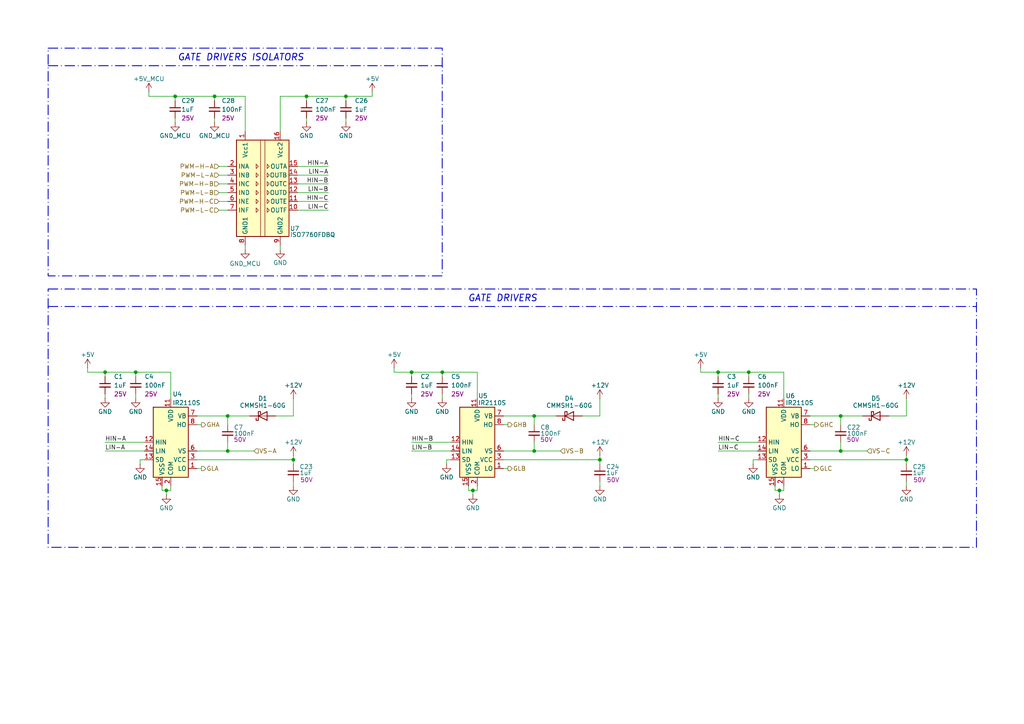
<source format=kicad_sch>
(kicad_sch (version 20231120) (generator "eeschema") (generator_version "8.0")
  (paper "A4")
  (lib_symbols
    (symbol "Device:C_Small" (pin_numbers hide) (pin_names (offset 0.254) hide)
      (property "Reference" "C" (at 0.254 1.778 0))
      (property "Value" "C_Small" (at 0.254 -2.032 0))
      (symbol "C_Small_0_1"
        (polyline (pts (xy -1.524 -0.508) (xy 1.524 -0.508)) (stroke (width 0.3302)))
        (polyline (pts (xy -1.524 0.508) (xy 1.524 0.508)) (stroke (width 0.3048)))
      )
      (symbol "C_Small_1_1"
        (pin passive line (at 0 2.54 270) (length 2.032) (name "~") (number "1"))
        (pin passive line (at 0 -2.54 90) (length 2.032) (name "~") (number "2"))
      )
    )
    (symbol "Device:D_Schottky" (pin_numbers hide) (pin_names (offset 1.016) hide)
      (property "Reference" "D" (at 0 2.54 0))
      (property "Value" "D_Schottky" (at 0 -2.54 0))
      (symbol "D_Schottky_0_1"
        (polyline (pts (xy 1.27 0) (xy -1.27 0)))
        (polyline (pts (xy 1.27 1.27) (xy 1.27 -1.27) (xy -1.27 0) (xy 1.27 1.27)) (stroke (width 0.254)))
        (polyline (pts (xy -1.905 0.635) (xy -1.905 1.27) (xy -1.27 1.27) (xy -1.27 -1.27) (xy -0.635 -1.27) (xy -0.635 -0.635)) (stroke (width 0.254)))
      )
      (symbol "D_Schottky_1_1"
        (pin passive line (at -3.81 0 0) (length 2.54) (name "K") (number "1"))
        (pin passive line (at 3.81 0 180) (length 2.54) (name "A") (number "2"))
      )
    )
    (symbol "Driver_FET:IR2110S"
      (property "Reference" "U" (at 1.27 13.335 0))
      (property "Value" "IR2110S" (at 1.27 11.43 0))
      (symbol "IR2110S_0_1"
        (rectangle (start -5.08 -10.16) (end 5.08 10.16) (stroke (width 0.254)) (fill (type background)))
      )
      (symbol "IR2110S_1_1"
        (pin output line (at 7.62 -7.62 180) (length 2.54) (name "LO") (number "1"))
        (pin no_connect line (at 5.08 2.54 180) (length 2.54) hide (name "NC") (number "10"))
        (pin power_in line (at 0 12.7 270) (length 2.54) (name "VDD") (number "11"))
        (pin input line (at -7.62 0 0) (length 2.54) (name "HIN") (number "12"))
        (pin input line (at -7.62 -5.08 0) (length 2.54) (name "SD") (number "13"))
        (pin input line (at -7.62 -2.54 0) (length 2.54) (name "LIN") (number "14"))
        (pin power_in line (at -2.54 -12.7 90) (length 2.54) (name "VSS") (number "15"))
        (pin no_connect line (at 5.08 0 180) (length 2.54) hide (name "NC") (number "16"))
        (pin power_in line (at 0 -12.7 90) (length 2.54) (name "COM") (number "2"))
        (pin power_in line (at 7.62 -5.08 180) (length 2.54) (name "VCC") (number "3"))
        (pin no_connect line (at -5.08 7.62 0) (length 2.54) hide (name "NC") (number "4"))
        (pin no_connect line (at -5.08 5.08 0) (length 2.54) hide (name "NC") (number "5"))
        (pin passive line (at 7.62 -2.54 180) (length 2.54) (name "VS") (number "6"))
        (pin passive line (at 7.62 7.62 180) (length 2.54) (name "VB") (number "7"))
        (pin output line (at 7.62 5.08 180) (length 2.54) (name "HO") (number "8"))
        (pin no_connect line (at -5.08 2.54 0) (length 2.54) hide (name "NC") (number "9"))
      )
    )
    (symbol "Isolator:ISO7760FDBQ"
      (property "Reference" "U" (at 8.255 14.605 0))
      (property "Value" "ISO7760FDBQ" (at 8.255 12.065 0))
      (symbol "ISO7760FDBQ_0_1"
        (rectangle (start -7.62 15.24) (end 7.62 -12.7) (stroke (width 0.254)) (fill (type background)))
        (polyline (pts (xy -0.635 15.24) (xy -0.635 -12.7)))
        (polyline (pts (xy 0.635 15.24) (xy 0.635 -12.7)))
        (polyline (pts (xy -1.905 8.255) (xy -1.27 7.62) (xy -1.905 6.985) (xy -1.905 8.255)))
        (polyline (pts (xy 1.27 8.255) (xy 1.905 7.62) (xy 1.27 6.985) (xy 1.27 8.255)))
      )
      (symbol "ISO7760FDBQ_1_1"
        (polyline (pts (xy -1.905 -4.445) (xy -1.27 -5.08) (xy -1.905 -5.715) (xy -1.905 -4.445)))
        (polyline (pts (xy -1.905 -1.905) (xy -1.27 -2.54) (xy -1.905 -3.175) (xy -1.905 -1.905)))
        (polyline (pts (xy -1.905 0.635) (xy -1.27 0) (xy -1.905 -0.635) (xy -1.905 0.635)))
        (polyline (pts (xy -1.905 3.175) (xy -1.27 2.54) (xy -1.905 1.905) (xy -1.905 3.175)))
        (polyline (pts (xy -1.905 5.715) (xy -1.27 5.08) (xy -1.905 4.445) (xy -1.905 5.715)))
        (polyline (pts (xy 1.27 -4.445) (xy 1.905 -5.08) (xy 1.27 -5.715) (xy 1.27 -4.445)))
        (polyline (pts (xy 1.27 -1.905) (xy 1.905 -2.54) (xy 1.27 -3.175) (xy 1.27 -1.905)))
        (polyline (pts (xy 1.27 0.635) (xy 1.905 0) (xy 1.27 -0.635) (xy 1.27 0.635)))
        (polyline (pts (xy 1.27 3.175) (xy 1.905 2.54) (xy 1.27 1.905) (xy 1.27 3.175)))
        (polyline (pts (xy 1.27 5.715) (xy 1.905 5.08) (xy 1.27 4.445) (xy 1.27 5.715)))
        (pin power_in line (at -5.08 17.78 270) (length 2.54) (name "Vcc1") (number "1"))
        (pin output line (at 10.16 -5.08 180) (length 2.54) (name "OUTF") (number "10"))
        (pin output line (at 10.16 -2.54 180) (length 2.54) (name "OUTE") (number "11"))
        (pin output line (at 10.16 0 180) (length 2.54) (name "OUTD") (number "12"))
        (pin output line (at 10.16 2.54 180) (length 2.54) (name "OUTC") (number "13"))
        (pin output line (at 10.16 5.08 180) (length 2.54) (name "OUTB") (number "14"))
        (pin output line (at 10.16 7.62 180) (length 2.54) (name "OUTA") (number "15"))
        (pin power_in line (at 5.08 17.78 270) (length 2.54) (name "Vcc2") (number "16"))
        (pin input line (at -10.16 7.62 0) (length 2.54) (name "INA") (number "2"))
        (pin input line (at -10.16 5.08 0) (length 2.54) (name "INB") (number "3"))
        (pin input line (at -10.16 2.54 0) (length 2.54) (name "INC") (number "4"))
        (pin input line (at -10.16 0 0) (length 2.54) (name "IND") (number "5"))
        (pin input line (at -10.16 -2.54 0) (length 2.54) (name "INE") (number "6"))
        (pin input line (at -10.16 -5.08 0) (length 2.54) (name "INF") (number "7"))
        (pin power_in line (at -5.08 -15.24 90) (length 2.54) (name "GND1") (number "8"))
        (pin power_in line (at 5.08 -15.24 90) (length 2.54) (name "GND2") (number "9"))
      )
    )
    (symbol "power:GND" (power) (pin_numbers hide) (pin_names (offset 0) hide)
      (property "Value" "GND" (at 0 -3.81 0))
      (symbol "GND_0_1"
        (polyline (pts (xy 0 0) (xy 0 -1.27) (xy 1.27 -1.27) (xy 0 -2.54) (xy -1.27 -1.27) (xy 0 -1.27)))
      )
      (symbol "GND_1_1"
        (pin power_in line (at 0 0 270) (length 0) (name "~") (number "1"))
      )
    )
    (symbol "power:VCC" (power) (pin_numbers hide) (pin_names (offset 0) hide)
      (property "Value" "VCC" (at 0 3.556 0))
      (symbol "VCC_0_1"
        (polyline (pts (xy -0.762 1.27) (xy 0 2.54)))
        (polyline (pts (xy 0 0) (xy 0 2.54)))
        (polyline (pts (xy 0 2.54) (xy 0.762 1.27)))
      )
      (symbol "VCC_1_1"
        (pin power_in line (at 0 0 90) (length 0) (name "~") (number "1"))
      )
    )
  )
  (junction (at 243.84 130.81))
  (junction (at 128.27 107.95))
  (junction (at 226.06 142.24))
  (junction (at 217.17 107.95))
  (junction (at 48.26 142.24))
  (junction (at 39.37 107.95))
  (junction (at 137.16 142.24))
  (junction (at 50.8 27.94))
  (junction (at 88.9 27.94))
  (junction (at 30.48 107.95))
  (junction (at 66.04 130.81))
  (junction (at 85.09 133.35))
  (junction (at 243.84 120.65))
  (junction (at 66.04 120.65))
  (junction (at 154.94 120.65))
  (junction (at 100.33 27.94))
  (junction (at 208.28 107.95))
  (junction (at 119.38 107.95))
  (junction (at 154.94 130.81))
  (junction (at 62.23 27.94))
  (junction (at 173.99 133.35))
  (junction (at 262.89 133.35))
  (wire (pts (xy 154.94 128.27) (xy 154.94 130.81)))
  (wire (pts (xy 203.2 107.95) (xy 208.28 107.95)))
  (wire (pts (xy 128.27 107.95) (xy 138.43 107.95)))
  (wire (pts (xy 39.37 115.57) (xy 39.37 114.3)))
  (wire (pts (xy 114.3 107.95) (xy 114.3 106.68)))
  (wire (pts (xy 66.04 58.42) (xy 63.5 58.42)))
  (wire (pts (xy 243.84 120.65) (xy 243.84 123.19)))
  (wire (pts (xy 128.27 107.95) (xy 128.27 109.22)))
  (wire (pts (xy 114.3 107.95) (xy 119.38 107.95)))
  (wire (pts (xy 81.28 71.12) (xy 81.28 72.39)))
  (wire (pts (xy 95.25 55.88) (xy 86.36 55.88)))
  (wire (pts (xy 30.48 115.57) (xy 30.48 114.3)))
  (wire (pts (xy 262.89 132.08) (xy 262.89 133.35)))
  (wire (pts (xy 95.25 53.34) (xy 86.36 53.34)))
  (wire (pts (xy 66.04 120.65) (xy 66.04 123.19)))
  (wire (pts (xy 48.26 143.51) (xy 48.26 142.24)))
  (wire (pts (xy 85.09 139.7) (xy 85.09 140.97)))
  (wire (pts (xy 135.89 142.24) (xy 137.16 142.24)))
  (wire (pts (xy 208.28 115.57) (xy 208.28 114.3)))
  (wire (pts (xy 208.28 130.81) (xy 219.71 130.81)))
  (wire (pts (xy 25.4 107.95) (xy 30.48 107.95)))
  (wire (pts (xy 262.89 133.35) (xy 262.89 134.62)))
  (wire (pts (xy 138.43 142.24) (xy 138.43 140.97)))
  (wire (pts (xy 224.79 142.24) (xy 224.79 140.97)))
  (polyline (pts (xy 13.97 19.05) (xy 128.27 19.05)) (stroke (width 0.254) (type dash_dot)))
  (wire (pts (xy 50.8 27.94) (xy 62.23 27.94)))
  (wire (pts (xy 226.06 142.24) (xy 227.33 142.24)))
  (wire (pts (xy 95.25 50.8) (xy 86.36 50.8)))
  (wire (pts (xy 217.17 107.95) (xy 227.33 107.95)))
  (wire (pts (xy 119.38 107.95) (xy 119.38 109.22)))
  (wire (pts (xy 208.28 107.95) (xy 217.17 107.95)))
  (wire (pts (xy 262.89 120.65) (xy 262.89 115.57)))
  (wire (pts (xy 88.9 27.94) (xy 88.9 29.21)))
  (wire (pts (xy 57.15 130.81) (xy 66.04 130.81)))
  (wire (pts (xy 66.04 130.81) (xy 73.66 130.81)))
  (wire (pts (xy 173.99 139.7) (xy 173.99 140.97)))
  (wire (pts (xy 30.48 130.81) (xy 41.91 130.81)))
  (wire (pts (xy 71.12 71.12) (xy 71.12 72.39)))
  (wire (pts (xy 224.79 142.24) (xy 226.06 142.24)))
  (wire (pts (xy 226.06 143.51) (xy 226.06 142.24)))
  (wire (pts (xy 129.54 133.35) (xy 129.54 134.62)))
  (wire (pts (xy 168.91 120.65) (xy 173.99 120.65)))
  (wire (pts (xy 88.9 27.94) (xy 100.33 27.94)))
  (wire (pts (xy 66.04 55.88) (xy 63.5 55.88)))
  (wire (pts (xy 100.33 27.94) (xy 107.95 27.94)))
  (wire (pts (xy 234.95 123.19) (xy 236.22 123.19)))
  (wire (pts (xy 146.05 123.19) (xy 147.32 123.19)))
  (wire (pts (xy 173.99 132.08) (xy 173.99 133.35)))
  (wire (pts (xy 137.16 142.24) (xy 138.43 142.24)))
  (wire (pts (xy 30.48 128.27) (xy 41.91 128.27)))
  (wire (pts (xy 262.89 139.7) (xy 262.89 140.97)))
  (wire (pts (xy 88.9 34.29) (xy 88.9 35.56)))
  (wire (pts (xy 66.04 128.27) (xy 66.04 130.81)))
  (wire (pts (xy 218.44 133.35) (xy 218.44 134.62)))
  (wire (pts (xy 218.44 133.35) (xy 219.71 133.35)))
  (wire (pts (xy 81.28 38.1) (xy 81.28 27.94)))
  (wire (pts (xy 119.38 128.27) (xy 130.81 128.27)))
  (wire (pts (xy 66.04 120.65) (xy 72.39 120.65)))
  (wire (pts (xy 154.94 120.65) (xy 161.29 120.65)))
  (wire (pts (xy 57.15 123.19) (xy 58.42 123.19)))
  (wire (pts (xy 243.84 120.65) (xy 250.19 120.65)))
  (wire (pts (xy 57.15 120.65) (xy 66.04 120.65)))
  (wire (pts (xy 46.99 142.24) (xy 46.99 140.97)))
  (wire (pts (xy 135.89 142.24) (xy 135.89 140.97)))
  (wire (pts (xy 40.64 133.35) (xy 40.64 134.62)))
  (wire (pts (xy 208.28 107.95) (xy 208.28 109.22)))
  (wire (pts (xy 173.99 120.65) (xy 173.99 115.57)))
  (wire (pts (xy 40.64 133.35) (xy 41.91 133.35)))
  (wire (pts (xy 57.15 133.35) (xy 85.09 133.35)))
  (wire (pts (xy 107.95 26.67) (xy 107.95 27.94)))
  (wire (pts (xy 66.04 48.26) (xy 63.5 48.26)))
  (wire (pts (xy 62.23 27.94) (xy 62.23 29.21)))
  (wire (pts (xy 95.25 48.26) (xy 86.36 48.26)))
  (wire (pts (xy 234.95 133.35) (xy 262.89 133.35)))
  (wire (pts (xy 25.4 107.95) (xy 25.4 106.68)))
  (wire (pts (xy 85.09 133.35) (xy 85.09 134.62)))
  (wire (pts (xy 217.17 115.57) (xy 217.17 114.3)))
  (wire (pts (xy 66.04 53.34) (xy 63.5 53.34)))
  (wire (pts (xy 43.18 27.94) (xy 50.8 27.94)))
  (wire (pts (xy 146.05 130.81) (xy 154.94 130.81)))
  (wire (pts (xy 243.84 130.81) (xy 251.46 130.81)))
  (wire (pts (xy 217.17 107.95) (xy 217.17 109.22)))
  (wire (pts (xy 50.8 27.94) (xy 50.8 29.21)))
  (wire (pts (xy 81.28 27.94) (xy 88.9 27.94)))
  (wire (pts (xy 146.05 133.35) (xy 173.99 133.35)))
  (wire (pts (xy 137.16 143.51) (xy 137.16 142.24)))
  (wire (pts (xy 95.25 60.96) (xy 86.36 60.96)))
  (wire (pts (xy 146.05 120.65) (xy 154.94 120.65)))
  (wire (pts (xy 257.81 120.65) (xy 262.89 120.65)))
  (wire (pts (xy 119.38 107.95) (xy 128.27 107.95)))
  (wire (pts (xy 39.37 107.95) (xy 49.53 107.95)))
  (wire (pts (xy 203.2 107.95) (xy 203.2 106.68)))
  (wire (pts (xy 154.94 130.81) (xy 162.56 130.81)))
  (wire (pts (xy 173.99 133.35) (xy 173.99 134.62)))
  (wire (pts (xy 66.04 60.96) (xy 63.5 60.96)))
  (wire (pts (xy 49.53 107.95) (xy 49.53 115.57)))
  (wire (pts (xy 30.48 107.95) (xy 39.37 107.95)))
  (wire (pts (xy 71.12 27.94) (xy 62.23 27.94)))
  (polyline (pts (xy 13.97 88.9) (xy 283.21 88.9)) (stroke (width 0.254) (type dash_dot)))
  (wire (pts (xy 100.33 34.29) (xy 100.33 35.56)))
  (wire (pts (xy 138.43 107.95) (xy 138.43 115.57)))
  (wire (pts (xy 154.94 120.65) (xy 154.94 123.19)))
  (wire (pts (xy 146.05 135.89) (xy 147.32 135.89)))
  (wire (pts (xy 129.54 133.35) (xy 130.81 133.35)))
  (wire (pts (xy 208.28 128.27) (xy 219.71 128.27)))
  (wire (pts (xy 119.38 115.57) (xy 119.38 114.3)))
  (wire (pts (xy 100.33 27.94) (xy 100.33 29.21)))
  (wire (pts (xy 128.27 115.57) (xy 128.27 114.3)))
  (wire (pts (xy 39.37 107.95) (xy 39.37 109.22)))
  (wire (pts (xy 71.12 27.94) (xy 71.12 38.1)))
  (wire (pts (xy 243.84 128.27) (xy 243.84 130.81)))
  (wire (pts (xy 46.99 142.24) (xy 48.26 142.24)))
  (wire (pts (xy 62.23 34.29) (xy 62.23 35.56)))
  (wire (pts (xy 66.04 50.8) (xy 63.5 50.8)))
  (wire (pts (xy 227.33 107.95) (xy 227.33 115.57)))
  (wire (pts (xy 95.25 58.42) (xy 86.36 58.42)))
  (wire (pts (xy 43.18 27.94) (xy 43.18 26.67)))
  (wire (pts (xy 85.09 120.65) (xy 85.09 115.57)))
  (wire (pts (xy 227.33 142.24) (xy 227.33 140.97)))
  (wire (pts (xy 50.8 34.29) (xy 50.8 35.56)))
  (wire (pts (xy 57.15 135.89) (xy 58.42 135.89)))
  (wire (pts (xy 49.53 142.24) (xy 49.53 140.97)))
  (wire (pts (xy 85.09 132.08) (xy 85.09 133.35)))
  (wire (pts (xy 234.95 130.81) (xy 243.84 130.81)))
  (wire (pts (xy 30.48 107.95) (xy 30.48 109.22)))
  (wire (pts (xy 234.95 135.89) (xy 236.22 135.89)))
  (wire (pts (xy 80.01 120.65) (xy 85.09 120.65)))
  (wire (pts (xy 119.38 130.81) (xy 130.81 130.81)))
  (wire (pts (xy 48.26 142.24) (xy 49.53 142.24)))
  (wire (pts (xy 234.95 120.65) (xy 243.84 120.65)))
  (rectangle (start 13.97 13.97) (end 128.27 80.01) (stroke (width 0.254) (type dash_dot)))
  (rectangle (start 13.97 83.82) (end 283.21 158.75) (stroke (width 0.254) (type dash_dot)))
  (text "GATE DRIVERS" (at 145.796 86.614 0) (effects (font (size 1.905 1.905) (thickness 0.254) (bold yes) (italic yes))))
  (text "GATE DRIVERS ISOLATORS" (at 69.85 16.764 0) (effects (font (size 1.905 1.905) (thickness 0.254) (bold yes) (italic yes))))
  (label "HIN-A" (at 95.25 48.26 180))
  (label "HIN-B" (at 119.38 128.27 0))
  (label "LIN-B" (at 95.25 55.88 180))
  (label "LIN-B" (at 119.38 130.81 0))
  (label "HIN-C" (at 95.25 58.42 180))
  (label "LIN-C" (at 208.28 130.81 0))
  (label "LIN-A" (at 30.48 130.81 0))
  (label "HIN-C" (at 208.28 128.27 0))
  (label "HIN-B" (at 95.25 53.34 180))
  (label "HIN-A" (at 30.48 128.27 0))
  (label "LIN-C" (at 95.25 60.96 180))
  (label "LIN-A" (at 95.25 50.8 180))
  (hierarchical_label "GHB" (shape output) (at 147.32 123.19 0))
  (hierarchical_label "PWM-H-B" (shape input) (at 63.5 53.34 180))
  (hierarchical_label "PWM-H-C" (shape input) (at 63.5 58.42 180))
  (hierarchical_label "VS-A" (shape input) (at 73.66 130.81 0))
  (hierarchical_label "VS-B" (shape input) (at 162.56 130.81 0))
  (hierarchical_label "PWM-L-A" (shape input) (at 63.5 50.8 180))
  (hierarchical_label "GHC" (shape output) (at 236.22 123.19 0))
  (hierarchical_label "GHA" (shape output) (at 58.42 123.19 0))
  (hierarchical_label "PWM-L-C" (shape input) (at 63.5 60.96 180))
  (hierarchical_label "PWM-L-B" (shape input) (at 63.5 55.88 180))
  (hierarchical_label "GLC" (shape output) (at 236.22 135.89 0))
  (hierarchical_label "PWM-H-A" (shape input) (at 63.5 48.26 180))
  (hierarchical_label "GLA" (shape output) (at 58.42 135.89 0))
  (hierarchical_label "VS-C" (shape input) (at 251.46 130.81 0))
  (hierarchical_label "GLB" (shape output) (at 147.32 135.89 0))
  (symbol (lib_id "power:VCC") (at 25.4 106.68 0) (unit 1)
    (property "Reference" "#PWR01" (effects (hide yes)))
    (property "Value" "+5V" (at 25.4 102.87 0))
    (property "Description" "Power symbol creates a global label with name \"VCC\"" (effects (hide yes)))
  )
  (symbol (lib_id "power:GND") (at 208.28 115.57 0) (unit 1)
    (property "Reference" "#PWR06" (effects (hide yes)))
    (property "Value" "GND" (at 208.28 119.38 0))
    (property "Description" "Power symbol creates a global label with name \"GND\" , ground" (effects (hide yes)))
  )
  (symbol (lib_id "Device:C_Small") (at 85.09 137.16 0) (unit 1)
    (property "Reference" "C23" (at 86.868 135.382 0) (effects (justify left)))
    (property "Value" "1uF" (at 86.868 137.16 0) (effects (justify left)))
    (property "Footprint" "Capacitor_SMD:C_0805_2012Metric" (effects (hide yes)))
    (property "Description" "Unpolarized capacitor, small symbol" (effects (hide yes)))
    (property "Link" "https://ozdisan.com/pasif-komponentler/kapasitorler/smt-smd-ve-mlcc-kapasitorler/CC0805KKX7R9BB105/750129" (effects (hide yes)))
    (property "Mfr.No" "CC0805KKX7R9BB105" (effects (hide yes)))
    (property "Voltage" "50V" (at 88.9 139.192 0))
  )
  (symbol (lib_id "power:GND") (at 81.28 72.39 0) (mirror y) (unit 1)
    (property "Reference" "#PWR049" (effects (hide yes)))
    (property "Value" "GND" (at 81.28 76.2 0))
    (property "Description" "Power symbol creates a global label with name \"GND\" , ground" (effects (hide yes)))
  )
  (symbol (lib_id "power:VCC") (at 43.18 26.67 0) (mirror y) (unit 1)
    (property "Reference" "#PWR053" (effects (hide yes)))
    (property "Value" "+5V_MCU" (at 43.18 22.86 0))
    (property "Description" "Power symbol creates a global label with name \"VCC\"" (effects (hide yes)))
  )
  (symbol (lib_id "power:GND") (at 226.06 143.51 0) (unit 1)
    (property "Reference" "#PWR039" (effects (hide yes)))
    (property "Value" "GND" (at 226.06 147.32 0))
    (property "Description" "Power symbol creates a global label with name \"GND\" , ground" (effects (hide yes)))
  )
  (symbol (lib_id "Device:C_Small") (at 243.84 125.73 0) (unit 1)
    (property "Reference" "C22" (at 245.618 123.952 0) (effects (justify left)))
    (property "Value" "100nF" (at 245.618 125.73 0) (effects (justify left)))
    (property "Footprint" "Capacitor_SMD:C_0603_1608Metric" (effects (hide yes)))
    (property "Description" "Unpolarized capacitor, small symbol" (effects (hide yes)))
    (property "Link" "https://ozdisan.com/pasif-komponentler/kapasitorler/smt-smd-ve-mlcc-kapasitorler/MCF03KTB500104/1057170" (effects (hide yes)))
    (property "Mfr.No" "MCF03KTB500104" (effects (hide yes)))
    (property "Voltage" "50V" (at 247.396 127.508 0))
  )
  (symbol (lib_id "power:VCC") (at 203.2 106.68 0) (unit 1)
    (property "Reference" "#PWR03" (effects (hide yes)))
    (property "Value" "+5V" (at 203.2 102.87 0))
    (property "Description" "Power symbol creates a global label with name \"VCC\"" (effects (hide yes)))
  )
  (symbol (lib_id "power:GND") (at 85.09 140.97 0) (unit 1)
    (property "Reference" "#PWR042" (effects (hide yes)))
    (property "Value" "GND" (at 85.09 144.78 0))
    (property "Description" "Power symbol creates a global label with name \"GND\" , ground" (effects (hide yes)))
  )
  (symbol (lib_id "Device:C_Small") (at 262.89 137.16 0) (unit 1)
    (property "Reference" "C25" (at 264.668 135.382 0) (effects (justify left)))
    (property "Value" "1uF" (at 264.668 137.16 0) (effects (justify left)))
    (property "Footprint" "Capacitor_SMD:C_0805_2012Metric" (effects (hide yes)))
    (property "Description" "Unpolarized capacitor, small symbol" (effects (hide yes)))
    (property "Link" "https://ozdisan.com/pasif-komponentler/kapasitorler/smt-smd-ve-mlcc-kapasitorler/CC0805KKX7R9BB105/750129" (effects (hide yes)))
    (property "Mfr.No" "CC0805KKX7R9BB105" (effects (hide yes)))
    (property "Voltage" "50V" (at 266.7 139.192 0))
  )
  (symbol (lib_id "power:GND") (at 40.64 134.62 0) (unit 1)
    (property "Reference" "#PWR010" (effects (hide yes)))
    (property "Value" "GND" (at 40.64 138.43 0))
    (property "Description" "Power symbol creates a global label with name \"GND\" , ground" (effects (hide yes)))
  )
  (symbol (lib_id "power:GND") (at 71.12 72.39 0) (mirror y) (unit 1)
    (property "Reference" "#PWR050" (effects (hide yes)))
    (property "Value" "GND_MCU" (at 71.12 76.454 0))
    (property "Description" "Power symbol creates a global label with name \"GND\" , ground" (effects (hide yes)))
  )
  (symbol (lib_id "power:GND") (at 129.54 134.62 0) (unit 1)
    (property "Reference" "#PWR011" (effects (hide yes)))
    (property "Value" "GND" (at 129.54 138.43 0))
    (property "Description" "Power symbol creates a global label with name \"GND\" , ground" (effects (hide yes)))
  )
  (symbol (lib_id "power:VCC") (at 173.99 115.57 0) (unit 1)
    (property "Reference" "#PWR043" (effects (hide yes)))
    (property "Value" "+12V" (at 173.99 111.76 0))
    (property "Description" "Power symbol creates a global label with name \"VCC\"" (effects (hide yes)))
  )
  (symbol (lib_id "Device:C_Small") (at 100.33 31.75 0) (unit 1)
    (property "Reference" "C26" (at 102.87 29.21 0) (effects (justify left)))
    (property "Value" "1uF" (at 102.87 31.75 0) (effects (justify left)))
    (property "Footprint" "Capacitor_SMD:C_0805_2012Metric" (effects (hide yes)))
    (property "Description" "Unpolarized capacitor, small symbol" (effects (hide yes)))
    (property "Link" "https://ozdisan.com/pasif-komponentler/kapasitorler/smt-smd-ve-mlcc-kapasitorler/MCF03KTB250105/1057179" (effects (hide yes)))
    (property "Mfr.No" "MCF03KTB250105" (effects (hide yes)))
    (property "Voltage" "25V" (at 102.87 34.29 0) (effects (justify left)))
  )
  (symbol (lib_id "power:GND") (at 62.23 35.56 0) (mirror y) (unit 1)
    (property "Reference" "#PWR051" (effects (hide yes)))
    (property "Value" "GND_MCU" (at 62.23 39.37 0))
    (property "Description" "Power symbol creates a global label with name \"GND\" , ground" (effects (hide yes)))
  )
  (symbol (lib_id "power:GND") (at 128.27 115.57 0) (unit 1)
    (property "Reference" "#PWR08" (effects (hide yes)))
    (property "Value" "GND" (at 128.27 119.38 0))
    (property "Description" "Power symbol creates a global label with name \"GND\" , ground" (effects (hide yes)))
  )
  (symbol (lib_id "Device:D_Schottky") (at 254 120.65 0) (mirror x) (unit 1)
    (property "Reference" "D5" (at 254 115.57 0))
    (property "Value" "CMMSH1-60G" (at 254 117.602 0))
    (property "Footprint" "Diode_SMD:D_SOD-123F" (effects (hide yes)))
    (property "Description" "Schottky diode" (effects (hide yes)))
    (property "Link" "https://www.mouser.com.tr/ProductDetail/Central-Semiconductor/CMMSH1-60G-TR-PBFREE?qs=u16ybLDytRaqwQ9Jtbd3vg%3D%3D" (effects (hide yes)))
    (property "Mfr.No" "CMMSH1-60G TR PBFREE" (effects (hide yes)))
  )
  (symbol (lib_id "Device:C_Small") (at 66.04 125.73 0) (unit 1)
    (property "Reference" "C7" (at 67.818 123.952 0) (effects (justify left)))
    (property "Value" "100nF" (at 67.818 125.73 0) (effects (justify left)))
    (property "Footprint" "Capacitor_SMD:C_0603_1608Metric" (effects (hide yes)))
    (property "Description" "Unpolarized capacitor, small symbol" (effects (hide yes)))
    (property "Link" "https://ozdisan.com/pasif-komponentler/kapasitorler/smt-smd-ve-mlcc-kapasitorler/MCF03KTB500104/1057170" (effects (hide yes)))
    (property "Mfr.No" "MCF03KTB500104" (effects (hide yes)))
    (property "Voltage" "50V" (at 69.596 127.508 0))
  )
  (symbol (lib_id "Driver_FET:IR2110S") (at 49.53 128.27 0) (unit 1)
    (property "Reference" "U4" (at 50.038 114.3 0) (effects (justify left)))
    (property "Value" "IR2110S" (at 50.038 116.84 0) (effects (justify left)))
    (property "Footprint" "Package_SO:SOIC-16W_7.5x10.3mm_P1.27mm" (effects (hide yes)))
    (property "Datasheet" "https://www.mouser.com.tr/datasheet/2/196/Infineon_IR2110_DataSheet_v01_00_EN-3362777.pdf" (effects (hide yes)))
    (property "Description" "High and Low Side Driver, 500V, 2.0/2.0A, SOIC-16W" (effects (hide yes)))
    (property "Link" "https://www.mouser.com.tr/ProductDetail/Infineon-Technologies/IR2110STRPBF?qs=2r01AXMCG3P4pNuJUqFzxg%3D%3D" (effects (hide yes)))
    (property "Mfr.No" "IR2110STRPBF" (effects (hide yes)))
  )
  (symbol (lib_id "power:GND") (at 119.38 115.57 0) (unit 1)
    (property "Reference" "#PWR05" (effects (hide yes)))
    (property "Value" "GND" (at 119.38 119.38 0))
    (property "Description" "Power symbol creates a global label with name \"GND\" , ground" (effects (hide yes)))
  )
  (symbol (lib_id "Device:C_Small") (at 119.38 111.76 0) (unit 1)
    (property "Reference" "C2" (at 121.92 109.22 0) (effects (justify left)))
    (property "Value" "1uF" (at 121.92 111.76 0) (effects (justify left)))
    (property "Footprint" "Capacitor_SMD:C_0805_2012Metric" (effects (hide yes)))
    (property "Description" "Unpolarized capacitor, small symbol" (effects (hide yes)))
    (property "Link" "https://ozdisan.com/pasif-komponentler/kapasitorler/smt-smd-ve-mlcc-kapasitorler/MCF03KTB250105/1057179" (effects (hide yes)))
    (property "Mfr.No" "MCF03KTB250105" (effects (hide yes)))
    (property "Voltage" "25V" (at 121.92 114.3 0) (effects (justify left)))
  )
  (symbol (lib_id "power:GND") (at 88.9 35.56 0) (mirror y) (unit 1)
    (property "Reference" "#PWR048" (effects (hide yes)))
    (property "Value" "GND" (at 88.9 39.37 0))
    (property "Description" "Power symbol creates a global label with name \"GND\" , ground" (effects (hide yes)))
  )
  (symbol (lib_id "power:VCC") (at 262.89 132.08 0) (unit 1)
    (property "Reference" "#PWR055" (effects (hide yes)))
    (property "Value" "+12V" (at 262.89 128.27 0))
    (property "Description" "Power symbol creates a global label with name \"VCC\"" (effects (hide yes)))
  )
  (symbol (lib_id "power:GND") (at 48.26 143.51 0) (unit 1)
    (property "Reference" "#PWR037" (effects (hide yes)))
    (property "Value" "GND" (at 48.26 147.32 0))
    (property "Description" "Power symbol creates a global label with name \"GND\" , ground" (effects (hide yes)))
  )
  (symbol (lib_id "power:GND") (at 39.37 115.57 0) (unit 1)
    (property "Reference" "#PWR07" (effects (hide yes)))
    (property "Value" "GND" (at 39.37 119.38 0))
    (property "Description" "Power symbol creates a global label with name \"GND\" , ground" (effects (hide yes)))
  )
  (symbol (lib_id "Device:C_Small") (at 208.28 111.76 0) (unit 1)
    (property "Reference" "C3" (at 210.82 109.22 0) (effects (justify left)))
    (property "Value" "1uF" (at 210.82 111.76 0) (effects (justify left)))
    (property "Footprint" "Capacitor_SMD:C_0805_2012Metric" (effects (hide yes)))
    (property "Description" "Unpolarized capacitor, small symbol" (effects (hide yes)))
    (property "Link" "https://ozdisan.com/pasif-komponentler/kapasitorler/smt-smd-ve-mlcc-kapasitorler/MCF03KTB250105/1057179" (effects (hide yes)))
    (property "Mfr.No" "MCF03KTB250105" (effects (hide yes)))
    (property "Voltage" "25V" (at 210.82 114.3 0) (effects (justify left)))
  )
  (symbol (lib_id "power:GND") (at 30.48 115.57 0) (unit 1)
    (property "Reference" "#PWR04" (effects (hide yes)))
    (property "Value" "GND" (at 30.48 119.38 0))
    (property "Description" "Power symbol creates a global label with name \"GND\" , ground" (effects (hide yes)))
  )
  (symbol (lib_id "Device:C_Small") (at 128.27 111.76 0) (unit 1)
    (property "Reference" "C5" (at 130.81 109.22 0) (effects (justify left)))
    (property "Value" "100nF" (at 130.81 111.76 0) (effects (justify left)))
    (property "Footprint" "Capacitor_SMD:C_0805_2012Metric" (effects (hide yes)))
    (property "Description" "Unpolarized capacitor, small symbol" (effects (hide yes)))
    (property "Link" "https://ozdisan.com/pasif-komponentler/kapasitorler/smt-smd-ve-mlcc-kapasitorler/MCF03KTB250104/1057180" (effects (hide yes)))
    (property "Mfr.No" "MCF03KTB250104" (effects (hide yes)))
    (property "Voltage" "25V" (at 130.81 114.3 0) (effects (justify left)))
  )
  (symbol (lib_id "Device:D_Schottky") (at 76.2 120.65 0) (mirror x) (unit 1)
    (property "Reference" "D1" (at 76.2 115.57 0))
    (property "Value" "CMMSH1-60G" (at 76.2 117.602 0))
    (property "Footprint" "Diode_SMD:D_SOD-123F" (effects (hide yes)))
    (property "Description" "Schottky diode" (effects (hide yes)))
    (property "Link" "https://www.mouser.com.tr/ProductDetail/Central-Semiconductor/CMMSH1-60G-TR-PBFREE?qs=u16ybLDytRaqwQ9Jtbd3vg%3D%3D" (effects (hide yes)))
    (property "Mfr.No" "CMMSH1-60G TR PBFREE" (effects (hide yes)))
  )
  (symbol (lib_id "power:VCC") (at 173.99 132.08 0) (unit 1)
    (property "Reference" "#PWR044" (effects (hide yes)))
    (property "Value" "+12V" (at 173.99 128.27 0))
    (property "Description" "Power symbol creates a global label with name \"VCC\"" (effects (hide yes)))
  )
  (symbol (lib_id "Device:C_Small") (at 154.94 125.73 0) (unit 1)
    (property "Reference" "C8" (at 156.718 123.952 0) (effects (justify left)))
    (property "Value" "100nF" (at 156.718 125.73 0) (effects (justify left)))
    (property "Footprint" "Capacitor_SMD:C_0603_1608Metric" (effects (hide yes)))
    (property "Description" "Unpolarized capacitor, small symbol" (effects (hide yes)))
    (property "Link" "https://ozdisan.com/pasif-komponentler/kapasitorler/smt-smd-ve-mlcc-kapasitorler/MCF03KTB500104/1057170" (effects (hide yes)))
    (property "Mfr.No" "MCF03KTB500104" (effects (hide yes)))
    (property "Voltage" "50V" (at 158.496 127.508 0))
  )
  (symbol (lib_id "Isolator:ISO7760FDBQ") (at 76.2 55.88 0) (unit 1)
    (property "Reference" "U7" (at 84.074 66.294 0) (effects (justify left)))
    (property "Value" "ISO7760FDBQ" (at 84.074 68.072 0) (effects (justify left)))
    (property "Footprint" "Package_SO:SSOP-16_3.9x4.9mm_P0.635mm" (effects (hide yes)))
    (property "Datasheet" "https://www.ti.com/lit/ds/symlink/iso7763.pdf?ts=1596905577895" (effects (hide yes)))
    (property "Description" "Default low, High-speed, robust EMC, reinforced, six-channel, digital, isolator, SSOP-16" (effects (hide yes)))
  )
  (symbol (lib_id "power:VCC") (at 107.95 26.67 0) (mirror y) (unit 1)
    (property "Reference" "#PWR046" (effects (hide yes)))
    (property "Value" "+5V" (at 107.95 22.86 0))
    (property "Description" "Power symbol creates a global label with name \"VCC\"" (effects (hide yes)))
  )
  (symbol (lib_id "power:VCC") (at 262.89 115.57 0) (unit 1)
    (property "Reference" "#PWR054" (effects (hide yes)))
    (property "Value" "+12V" (at 262.89 111.76 0))
    (property "Description" "Power symbol creates a global label with name \"VCC\"" (effects (hide yes)))
  )
  (symbol (lib_id "Device:C_Small") (at 50.8 31.75 0) (unit 1)
    (property "Reference" "C29" (at 52.578 29.21 0) (effects (justify left)))
    (property "Value" "1uF" (at 52.578 31.75 0) (effects (justify left)))
    (property "Footprint" "Capacitor_SMD:C_0805_2012Metric" (effects (hide yes)))
    (property "Description" "Unpolarized capacitor, small symbol" (effects (hide yes)))
    (property "Link" "https://ozdisan.com/pasif-komponentler/kapasitorler/smt-smd-ve-mlcc-kapasitorler/MCF03KTB250105/1057179" (effects (hide yes)))
    (property "Mfr.No" "MCF03KTB250105" (effects (hide yes)))
    (property "Voltage" "25V" (at 52.578 34.29 0) (effects (justify left)))
  )
  (symbol (lib_id "power:VCC") (at 114.3 106.68 0) (unit 1)
    (property "Reference" "#PWR02" (effects (hide yes)))
    (property "Value" "+5V" (at 114.3 102.87 0))
    (property "Description" "Power symbol creates a global label with name \"VCC\"" (effects (hide yes)))
  )
  (symbol (lib_id "power:GND") (at 173.99 140.97 0) (unit 1)
    (property "Reference" "#PWR045" (effects (hide yes)))
    (property "Value" "GND" (at 173.99 144.78 0))
    (property "Description" "Power symbol creates a global label with name \"GND\" , ground" (effects (hide yes)))
  )
  (symbol (lib_id "power:GND") (at 217.17 115.57 0) (unit 1)
    (property "Reference" "#PWR09" (effects (hide yes)))
    (property "Value" "GND" (at 217.17 119.38 0))
    (property "Description" "Power symbol creates a global label with name \"GND\" , ground" (effects (hide yes)))
  )
  (symbol (lib_id "Device:D_Schottky") (at 165.1 120.65 0) (mirror x) (unit 1)
    (property "Reference" "D4" (at 165.1 115.57 0))
    (property "Value" "CMMSH1-60G" (at 165.1 117.602 0))
    (property "Footprint" "Diode_SMD:D_SOD-123F" (effects (hide yes)))
    (property "Description" "Schottky diode" (effects (hide yes)))
    (property "Link" "https://www.mouser.com.tr/ProductDetail/Central-Semiconductor/CMMSH1-60G-TR-PBFREE?qs=u16ybLDytRaqwQ9Jtbd3vg%3D%3D" (effects (hide yes)))
    (property "Mfr.No" "CMMSH1-60G TR PBFREE" (effects (hide yes)))
  )
  (symbol (lib_id "power:GND") (at 50.8 35.56 0) (mirror y) (unit 1)
    (property "Reference" "#PWR052" (effects (hide yes)))
    (property "Value" "GND_MCU" (at 50.8 39.37 0))
    (property "Description" "Power symbol creates a global label with name \"GND\" , ground" (effects (hide yes)))
  )
  (symbol (lib_id "power:VCC") (at 85.09 132.08 0) (unit 1)
    (property "Reference" "#PWR041" (effects (hide yes)))
    (property "Value" "+12V" (at 85.09 128.27 0))
    (property "Description" "Power symbol creates a global label with name \"VCC\"" (effects (hide yes)))
  )
  (symbol (lib_id "Driver_FET:IR2110S") (at 138.43 128.27 0) (unit 1)
    (property "Reference" "U5" (at 138.684 114.808 0) (effects (justify left)))
    (property "Value" "IR2110S" (at 138.684 116.84 0) (effects (justify left)))
    (property "Footprint" "Package_SO:SOIC-16W_7.5x10.3mm_P1.27mm" (effects (hide yes)))
    (property "Datasheet" "https://www.mouser.com.tr/datasheet/2/196/Infineon_IR2110_DataSheet_v01_00_EN-3362777.pdf" (effects (hide yes)))
    (property "Description" "High and Low Side Driver, 500V, 2.0/2.0A, SOIC-16W" (effects (hide yes)))
    (property "Link" "https://www.mouser.com.tr/ProductDetail/Infineon-Technologies/IR2110STRPBF?qs=2r01AXMCG3P4pNuJUqFzxg%3D%3D" (effects (hide yes)))
    (property "Mfr.No" "IR2110STRPBF" (effects (hide yes)))
  )
  (symbol (lib_id "power:GND") (at 100.33 35.56 0) (mirror y) (unit 1)
    (property "Reference" "#PWR047" (effects (hide yes)))
    (property "Value" "GND" (at 100.33 39.37 0))
    (property "Description" "Power symbol creates a global label with name \"GND\" , ground" (effects (hide yes)))
  )
  (symbol (lib_id "Device:C_Small") (at 217.17 111.76 0) (unit 1)
    (property "Reference" "C6" (at 219.71 109.22 0) (effects (justify left)))
    (property "Value" "100nF" (at 219.71 111.76 0) (effects (justify left)))
    (property "Footprint" "Capacitor_SMD:C_0805_2012Metric" (effects (hide yes)))
    (property "Description" "Unpolarized capacitor, small symbol" (effects (hide yes)))
    (property "Link" "https://ozdisan.com/pasif-komponentler/kapasitorler/smt-smd-ve-mlcc-kapasitorler/MCF03KTB250104/1057180" (effects (hide yes)))
    (property "Mfr.No" "MCF03KTB250104" (effects (hide yes)))
    (property "Voltage" "25V" (at 219.71 114.3 0) (effects (justify left)))
  )
  (symbol (lib_id "Device:C_Small") (at 88.9 31.75 0) (unit 1)
    (property "Reference" "C27" (at 91.44 29.21 0) (effects (justify left)))
    (property "Value" "100nF" (at 91.44 31.75 0) (effects (justify left)))
    (property "Footprint" "Capacitor_SMD:C_0805_2012Metric" (effects (hide yes)))
    (property "Description" "Unpolarized capacitor, small symbol" (effects (hide yes)))
    (property "Link" "https://ozdisan.com/pasif-komponentler/kapasitorler/smt-smd-ve-mlcc-kapasitorler/MCF03KTB250104/1057180" (effects (hide yes)))
    (property "Mfr.No" "MCF03KTB250104" (effects (hide yes)))
    (property "Voltage" "25V" (at 91.44 34.29 0) (effects (justify left)))
  )
  (symbol (lib_id "Device:C_Small") (at 30.48 111.76 0) (unit 1)
    (property "Reference" "C1" (at 33.02 109.22 0) (effects (justify left)))
    (property "Value" "1uF" (at 33.02 111.76 0) (effects (justify left)))
    (property "Footprint" "Capacitor_SMD:C_0805_2012Metric" (effects (hide yes)))
    (property "Description" "Unpolarized capacitor, small symbol" (effects (hide yes)))
    (property "Link" "https://ozdisan.com/pasif-komponentler/kapasitorler/smt-smd-ve-mlcc-kapasitorler/MCF03KTB250105/1057179" (effects (hide yes)))
    (property "Mfr.No" "MCF03KTB250105" (effects (hide yes)))
    (property "Voltage" "25V" (at 33.02 114.3 0) (effects (justify left)))
  )
  (symbol (lib_id "Device:C_Small") (at 62.23 31.75 0) (unit 1)
    (property "Reference" "C28" (at 64.262 29.21 0) (effects (justify left)))
    (property "Value" "100nF" (at 64.262 31.75 0) (effects (justify left)))
    (property "Footprint" "Capacitor_SMD:C_0805_2012Metric" (effects (hide yes)))
    (property "Description" "Unpolarized capacitor, small symbol" (effects (hide yes)))
    (property "Link" "https://ozdisan.com/pasif-komponentler/kapasitorler/smt-smd-ve-mlcc-kapasitorler/MCF03KTB250104/1057180" (effects (hide yes)))
    (property "Mfr.No" "MCF03KTB250104" (effects (hide yes)))
    (property "Voltage" "25V" (at 64.262 34.29 0) (effects (justify left)))
  )
  (symbol (lib_id "power:VCC") (at 85.09 115.57 0) (unit 1)
    (property "Reference" "#PWR040" (effects (hide yes)))
    (property "Value" "+12V" (at 85.09 111.76 0))
    (property "Description" "Power symbol creates a global label with name \"VCC\"" (effects (hide yes)))
  )
  (symbol (lib_id "power:GND") (at 218.44 134.62 0) (unit 1)
    (property "Reference" "#PWR012" (effects (hide yes)))
    (property "Value" "GND" (at 218.44 138.43 0))
    (property "Description" "Power symbol creates a global label with name \"GND\" , ground" (effects (hide yes)))
  )
  (symbol (lib_id "Device:C_Small") (at 39.37 111.76 0) (unit 1)
    (property "Reference" "C4" (at 41.91 109.22 0) (effects (justify left)))
    (property "Value" "100nF" (at 41.91 111.76 0) (effects (justify left)))
    (property "Footprint" "Capacitor_SMD:C_0805_2012Metric" (effects (hide yes)))
    (property "Description" "Unpolarized capacitor, small symbol" (effects (hide yes)))
    (property "Link" "https://ozdisan.com/pasif-komponentler/kapasitorler/smt-smd-ve-mlcc-kapasitorler/MCF03KTB250104/1057180" (effects (hide yes)))
    (property "Mfr.No" "MCF03KTB250104" (effects (hide yes)))
    (property "Voltage" "25V" (at 41.91 114.3 0) (effects (justify left)))
  )
  (symbol (lib_id "Device:C_Small") (at 173.99 137.16 0) (unit 1)
    (property "Reference" "C24" (at 175.768 135.382 0) (effects (justify left)))
    (property "Value" "1uF" (at 175.768 137.16 0) (effects (justify left)))
    (property "Footprint" "Capacitor_SMD:C_0805_2012Metric" (effects (hide yes)))
    (property "Description" "Unpolarized capacitor, small symbol" (effects (hide yes)))
    (property "Link" "https://ozdisan.com/pasif-komponentler/kapasitorler/smt-smd-ve-mlcc-kapasitorler/CC0805KKX7R9BB105/750129" (effects (hide yes)))
    (property "Mfr.No" "CC0805KKX7R9BB105" (effects (hide yes)))
    (property "Voltage" "50V" (at 177.8 139.192 0))
  )
  (symbol (lib_id "power:GND") (at 137.16 143.51 0) (unit 1)
    (property "Reference" "#PWR038" (effects (hide yes)))
    (property "Value" "GND" (at 137.16 147.32 0))
    (property "Description" "Power symbol creates a global label with name \"GND\" , ground" (effects (hide yes)))
  )
  (symbol (lib_id "power:GND") (at 262.89 140.97 0) (unit 1)
    (property "Reference" "#PWR056" (effects (hide yes)))
    (property "Value" "GND" (at 262.89 144.78 0))
    (property "Description" "Power symbol creates a global label with name \"GND\" , ground" (effects (hide yes)))
  )
  (symbol (lib_id "Driver_FET:IR2110S") (at 227.33 128.27 0) (unit 1)
    (property "Reference" "U6" (at 227.838 114.808 0) (effects (justify left)))
    (property "Value" "IR2110S" (at 227.838 116.84 0) (effects (justify left)))
    (property "Footprint" "Package_SO:SOIC-16W_7.5x10.3mm_P1.27mm" (effects (hide yes)))
    (property "Datasheet" "https://www.mouser.com.tr/datasheet/2/196/Infineon_IR2110_DataSheet_v01_00_EN-3362777.pdf" (effects (hide yes)))
    (property "Description" "High and Low Side Driver, 500V, 2.0/2.0A, SOIC-16W" (effects (hide yes)))
    (property "Link" "https://www.mouser.com.tr/ProductDetail/Infineon-Technologies/IR2110STRPBF?qs=2r01AXMCG3P4pNuJUqFzxg%3D%3D" (effects (hide yes)))
    (property "Mfr.No" "IR2110STRPBF" (effects (hide yes)))
  )
)
</source>
